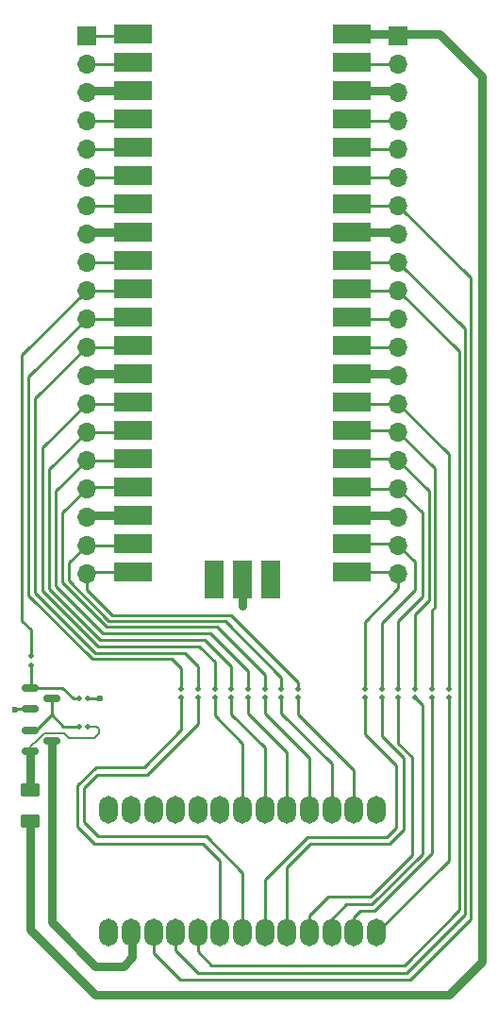
<source format=gbr>
%TF.GenerationSoftware,KiCad,Pcbnew,(6.0.4)*%
%TF.CreationDate,2022-08-11T18:10:44+02:00*%
%TF.ProjectId,mta1-usb-ch552-programmer,6d746131-2d75-4736-922d-63683535322d,rev?*%
%TF.SameCoordinates,Original*%
%TF.FileFunction,Copper,L1,Top*%
%TF.FilePolarity,Positive*%
%FSLAX46Y46*%
G04 Gerber Fmt 4.6, Leading zero omitted, Abs format (unit mm)*
G04 Created by KiCad (PCBNEW (6.0.4)) date 2022-08-11 18:10:44*
%MOMM*%
%LPD*%
G01*
G04 APERTURE LIST*
G04 Aperture macros list*
%AMRoundRect*
0 Rectangle with rounded corners*
0 $1 Rounding radius*
0 $2 $3 $4 $5 $6 $7 $8 $9 X,Y pos of 4 corners*
0 Add a 4 corners polygon primitive as box body*
4,1,4,$2,$3,$4,$5,$6,$7,$8,$9,$2,$3,0*
0 Add four circle primitives for the rounded corners*
1,1,$1+$1,$2,$3*
1,1,$1+$1,$4,$5*
1,1,$1+$1,$6,$7*
1,1,$1+$1,$8,$9*
0 Add four rect primitives between the rounded corners*
20,1,$1+$1,$2,$3,$4,$5,0*
20,1,$1+$1,$4,$5,$6,$7,0*
20,1,$1+$1,$6,$7,$8,$9,0*
20,1,$1+$1,$8,$9,$2,$3,0*%
G04 Aperture macros list end*
%TA.AperFunction,SMDPad,CuDef*%
%ADD10R,3.500000X1.700000*%
%TD*%
%TA.AperFunction,SMDPad,CuDef*%
%ADD11R,1.700000X3.500000*%
%TD*%
%TA.AperFunction,SMDPad,CuDef*%
%ADD12RoundRect,0.112500X-0.112500X0.112500X-0.112500X-0.112500X0.112500X-0.112500X0.112500X0.112500X0*%
%TD*%
%TA.AperFunction,ComponentPad*%
%ADD13R,1.700000X1.700000*%
%TD*%
%TA.AperFunction,ComponentPad*%
%ADD14O,1.700000X1.700000*%
%TD*%
%TA.AperFunction,SMDPad,CuDef*%
%ADD15RoundRect,0.250000X0.625000X-0.375000X0.625000X0.375000X-0.625000X0.375000X-0.625000X-0.375000X0*%
%TD*%
%TA.AperFunction,SMDPad,CuDef*%
%ADD16RoundRect,0.112500X0.112500X-0.112500X0.112500X0.112500X-0.112500X0.112500X-0.112500X-0.112500X0*%
%TD*%
%TA.AperFunction,SMDPad,CuDef*%
%ADD17RoundRect,0.150000X-0.587500X-0.150000X0.587500X-0.150000X0.587500X0.150000X-0.587500X0.150000X0*%
%TD*%
%TA.AperFunction,SMDPad,CuDef*%
%ADD18RoundRect,0.112500X-0.112500X-0.112500X0.112500X-0.112500X0.112500X0.112500X-0.112500X0.112500X0*%
%TD*%
%TA.AperFunction,ComponentPad*%
%ADD19RoundRect,0.850000X0.000000X-0.400000X0.000000X-0.400000X0.000000X0.400000X0.000000X0.400000X0*%
%TD*%
%TA.AperFunction,SMDPad,CuDef*%
%ADD20RoundRect,0.112500X0.112500X0.112500X-0.112500X0.112500X-0.112500X-0.112500X0.112500X-0.112500X0*%
%TD*%
%TA.AperFunction,ViaPad*%
%ADD21C,0.600000*%
%TD*%
%TA.AperFunction,Conductor*%
%ADD22C,0.250000*%
%TD*%
%TA.AperFunction,Conductor*%
%ADD23C,0.800000*%
%TD*%
%TA.AperFunction,Conductor*%
%ADD24C,0.200000*%
%TD*%
G04 APERTURE END LIST*
D10*
%TO.P,U2,1,GPIO0*%
%TO.N,/PICO_0*%
X130710000Y-50870000D03*
%TO.P,U2,2,GPIO1*%
%TO.N,/PICO_1*%
X130710000Y-53410000D03*
%TO.P,U2,3,GND*%
%TO.N,GND*%
X130710000Y-55950000D03*
%TO.P,U2,4,GPIO2*%
%TO.N,/PICO_2*%
X130710000Y-58490000D03*
%TO.P,U2,5,GPIO3*%
%TO.N,/PICO_3*%
X130710000Y-61030000D03*
%TO.P,U2,6,GPIO4*%
%TO.N,/PICO_4*%
X130710000Y-63570000D03*
%TO.P,U2,7,GPIO5*%
%TO.N,/PICO_5*%
X130710000Y-66110000D03*
%TO.P,U2,8,GND*%
%TO.N,GND*%
X130710000Y-68650000D03*
%TO.P,U2,9,GPIO6*%
%TO.N,/PICO_6*%
X130710000Y-71190000D03*
%TO.P,U2,10,GPIO7*%
%TO.N,/5V_EN*%
X130710000Y-73730000D03*
%TO.P,U2,11,GPIO8*%
%TO.N,/TX_U*%
X130710000Y-76270000D03*
%TO.P,U2,12,GPIO9*%
%TO.N,/RX_U*%
X130710000Y-78810000D03*
%TO.P,U2,13,GND*%
%TO.N,GND*%
X130710000Y-81350000D03*
%TO.P,U2,14,GPIO10*%
%TO.N,/SCK_U*%
X130710000Y-83890000D03*
%TO.P,U2,15,GPIO11*%
%TO.N,/MOSI_U*%
X130710000Y-86430000D03*
%TO.P,U2,16,GPIO12*%
%TO.N,/SS_U*%
X130710000Y-88970000D03*
%TO.P,U2,17,GPIO13*%
%TO.N,/MISO_U*%
X130710000Y-91510000D03*
%TO.P,U2,18,GND*%
%TO.N,GND*%
X130710000Y-94050000D03*
%TO.P,U2,19,GPIO14*%
%TO.N,/CRESET_U*%
X130710000Y-96590000D03*
%TO.P,U2,20,GPIO15*%
%TO.N,/CDONE_U*%
X130710000Y-99130000D03*
%TO.P,U2,21,GPIO16*%
%TO.N,/RTS_U*%
X150290000Y-99130000D03*
%TO.P,U2,22,GPIO17*%
%TO.N,/CTS_U*%
X150290000Y-96590000D03*
%TO.P,U2,23,GND*%
%TO.N,GND*%
X150290000Y-94050000D03*
%TO.P,U2,24,GPIO18*%
%TO.N,/GPIO1_U*%
X150290000Y-91510000D03*
%TO.P,U2,25,GPIO19*%
%TO.N,/GPIO2_U*%
X150290000Y-88970000D03*
%TO.P,U2,26,GPIO20*%
%TO.N,/GPIO3_U*%
X150290000Y-86430000D03*
%TO.P,U2,27,GPIO21*%
%TO.N,/GPIO4_U*%
X150290000Y-83890000D03*
%TO.P,U2,28,GND*%
%TO.N,GND*%
X150290000Y-81350000D03*
%TO.P,U2,29,GPIO22*%
%TO.N,/PICO22*%
X150290000Y-78810000D03*
%TO.P,U2,30,RUN*%
%TO.N,/PICO_RUN*%
X150290000Y-76270000D03*
%TO.P,U2,31,GPIO26_ADC0*%
%TO.N,+1V2*%
X150290000Y-73730000D03*
%TO.P,U2,32,GPIO27_ADC1*%
%TO.N,+2V5*%
X150290000Y-71190000D03*
%TO.P,U2,33,AGND*%
%TO.N,GND*%
X150290000Y-68650000D03*
%TO.P,U2,34,GPIO28_ADC2*%
%TO.N,+3V3*%
X150290000Y-66110000D03*
%TO.P,U2,35,ADC_VREF*%
%TO.N,/PICO_ADC_VREF*%
X150290000Y-63570000D03*
%TO.P,U2,36,3V3*%
%TO.N,/PICO_3V3*%
X150290000Y-61030000D03*
%TO.P,U2,37,3V3_EN*%
%TO.N,/PICO_3V3_EN*%
X150290000Y-58490000D03*
%TO.P,U2,38,GND*%
%TO.N,GND*%
X150290000Y-55950000D03*
%TO.P,U2,39,VSYS*%
%TO.N,/PICO_VSYS*%
X150290000Y-53410000D03*
%TO.P,U2,40,VBUS*%
%TO.N,+5V*%
X150290000Y-50870000D03*
D11*
%TO.P,U2,41,SWCLK*%
%TO.N,unconnected-(U2-Pad41)*%
X137960000Y-99800000D03*
%TO.P,U2,42,GND*%
%TO.N,GND*%
X140500000Y-99800000D03*
%TO.P,U2,43,SWDIO*%
%TO.N,unconnected-(U2-Pad43)*%
X143040000Y-99800000D03*
%TD*%
D12*
%TO.P,R5,1*%
%TO.N,/CTS_U*%
X153000000Y-109600000D03*
%TO.P,R5,2*%
%TO.N,/CTS*%
X153000000Y-110400000D03*
%TD*%
%TO.P,R4,1*%
%TO.N,/GPIO1_U*%
X154500000Y-109600000D03*
%TO.P,R4,2*%
%TO.N,/GPIO1*%
X154500000Y-110400000D03*
%TD*%
%TO.P,R6,1*%
%TO.N,/RTS_U*%
X151500000Y-109600000D03*
%TO.P,R6,2*%
%TO.N,/RTS*%
X151500000Y-110400000D03*
%TD*%
D13*
%TO.P,J2,1,Pin_1*%
%TO.N,+5V*%
X154500000Y-51000000D03*
D14*
%TO.P,J2,2,Pin_2*%
%TO.N,/PICO_VSYS*%
X154500000Y-53540000D03*
%TO.P,J2,3,Pin_3*%
%TO.N,GND*%
X154500000Y-56080000D03*
%TO.P,J2,4,Pin_4*%
%TO.N,/PICO_3V3_EN*%
X154500000Y-58620000D03*
%TO.P,J2,5,Pin_5*%
%TO.N,/PICO_3V3*%
X154500000Y-61160000D03*
%TO.P,J2,6,Pin_6*%
%TO.N,/PICO_ADC_VREF*%
X154500000Y-63700000D03*
%TO.P,J2,7,Pin_7*%
%TO.N,+3V3*%
X154500000Y-66240000D03*
%TO.P,J2,8,Pin_8*%
%TO.N,GND*%
X154500000Y-68780000D03*
%TO.P,J2,9,Pin_9*%
%TO.N,+2V5*%
X154500000Y-71320000D03*
%TO.P,J2,10,Pin_10*%
%TO.N,+1V2*%
X154500000Y-73860000D03*
%TO.P,J2,11,Pin_11*%
%TO.N,/PICO_RUN*%
X154500000Y-76400000D03*
%TO.P,J2,12,Pin_12*%
%TO.N,/PICO22*%
X154500000Y-78940000D03*
%TO.P,J2,13,Pin_13*%
%TO.N,GND*%
X154500000Y-81480000D03*
%TO.P,J2,14,Pin_14*%
%TO.N,/GPIO4_U*%
X154500000Y-84020000D03*
%TO.P,J2,15,Pin_15*%
%TO.N,/GPIO3_U*%
X154500000Y-86560000D03*
%TO.P,J2,16,Pin_16*%
%TO.N,/GPIO2_U*%
X154500000Y-89100000D03*
%TO.P,J2,17,Pin_17*%
%TO.N,/GPIO1_U*%
X154500000Y-91640000D03*
%TO.P,J2,18,Pin_18*%
%TO.N,GND*%
X154500000Y-94180000D03*
%TO.P,J2,19,Pin_19*%
%TO.N,/CTS_U*%
X154500000Y-96720000D03*
%TO.P,J2,20,Pin_20*%
%TO.N,/RTS_U*%
X154500000Y-99260000D03*
%TD*%
D15*
%TO.P,F1,1*%
%TO.N,+5V*%
X121450000Y-121500000D03*
%TO.P,F1,2*%
%TO.N,/5V_FUSE*%
X121450000Y-118700000D03*
%TD*%
D16*
%TO.P,R12,1*%
%TO.N,/MOSI*%
X139500000Y-110400000D03*
%TO.P,R12,2*%
%TO.N,/MOSI_U*%
X139500000Y-109600000D03*
%TD*%
D13*
%TO.P,J1,1,Pin_1*%
%TO.N,/PICO_0*%
X126500000Y-51000000D03*
D14*
%TO.P,J1,2,Pin_2*%
%TO.N,/PICO_1*%
X126500000Y-53540000D03*
%TO.P,J1,3,Pin_3*%
%TO.N,GND*%
X126500000Y-56080000D03*
%TO.P,J1,4,Pin_4*%
%TO.N,/PICO_2*%
X126500000Y-58620000D03*
%TO.P,J1,5,Pin_5*%
%TO.N,/PICO_3*%
X126500000Y-61160000D03*
%TO.P,J1,6,Pin_6*%
%TO.N,/PICO_4*%
X126500000Y-63700000D03*
%TO.P,J1,7,Pin_7*%
%TO.N,/PICO_5*%
X126500000Y-66240000D03*
%TO.P,J1,8,Pin_8*%
%TO.N,GND*%
X126500000Y-68780000D03*
%TO.P,J1,9,Pin_9*%
%TO.N,/PICO_6*%
X126500000Y-71320000D03*
%TO.P,J1,10,Pin_10*%
%TO.N,/5V_EN*%
X126500000Y-73860000D03*
%TO.P,J1,11,Pin_11*%
%TO.N,/TX_U*%
X126500000Y-76400000D03*
%TO.P,J1,12,Pin_12*%
%TO.N,/RX_U*%
X126500000Y-78940000D03*
%TO.P,J1,13,Pin_13*%
%TO.N,GND*%
X126500000Y-81480000D03*
%TO.P,J1,14,Pin_14*%
%TO.N,/SCK_U*%
X126500000Y-84020000D03*
%TO.P,J1,15,Pin_15*%
%TO.N,/MOSI_U*%
X126500000Y-86560000D03*
%TO.P,J1,16,Pin_16*%
%TO.N,/SS_U*%
X126500000Y-89100000D03*
%TO.P,J1,17,Pin_17*%
%TO.N,/MISO_U*%
X126500000Y-91640000D03*
%TO.P,J1,18,Pin_18*%
%TO.N,GND*%
X126500000Y-94180000D03*
%TO.P,J1,19,Pin_19*%
%TO.N,/CRESET_U*%
X126500000Y-96720000D03*
%TO.P,J1,20,Pin_20*%
%TO.N,/CDONE_U*%
X126500000Y-99260000D03*
%TD*%
D16*
%TO.P,R14,1*%
%TO.N,/MISO*%
X142500000Y-110400000D03*
%TO.P,R14,2*%
%TO.N,/MISO_U*%
X142500000Y-109600000D03*
%TD*%
%TO.P,R11,1*%
%TO.N,/SCK*%
X138000000Y-110400000D03*
%TO.P,R11,2*%
%TO.N,/SCK_U*%
X138000000Y-109600000D03*
%TD*%
%TO.P,R13,1*%
%TO.N,/SS*%
X141000000Y-110400000D03*
%TO.P,R13,2*%
%TO.N,/SS_U*%
X141000000Y-109600000D03*
%TD*%
D17*
%TO.P,Q1,1,G*%
%TO.N,Net-(Q1-Pad1)*%
X121482500Y-109540000D03*
%TO.P,Q1,2,S*%
%TO.N,GND*%
X121482500Y-111440000D03*
%TO.P,Q1,3,D*%
%TO.N,Net-(Q1-Pad3)*%
X123357500Y-110490000D03*
%TD*%
D18*
%TO.P,R8,1*%
%TO.N,Net-(Q1-Pad3)*%
X125830000Y-113030000D03*
%TO.P,R8,2*%
%TO.N,/5V_FUSE*%
X126630000Y-113030000D03*
%TD*%
D17*
%TO.P,Q2,1,G*%
%TO.N,Net-(Q1-Pad3)*%
X121482500Y-113350000D03*
%TO.P,Q2,2,S*%
%TO.N,/5V_FUSE*%
X121482500Y-115250000D03*
%TO.P,Q2,3,D*%
%TO.N,/5V_DUT*%
X123357500Y-114300000D03*
%TD*%
D16*
%TO.P,R9,1*%
%TO.N,/TX*%
X135000000Y-110400000D03*
%TO.P,R9,2*%
%TO.N,/TX_U*%
X135000000Y-109600000D03*
%TD*%
%TO.P,R10,1*%
%TO.N,/RX*%
X136500000Y-110400000D03*
%TO.P,R10,2*%
%TO.N,/RX_U*%
X136500000Y-109600000D03*
%TD*%
D19*
%TO.P,U1,1,GND*%
%TO.N,GND*%
X128500000Y-131500000D03*
%TO.P,U1,2,5V*%
%TO.N,/5V_DUT*%
X130500000Y-131500000D03*
%TO.P,U1,3,3.3V*%
%TO.N,+3V3*%
X132500000Y-131500000D03*
%TO.P,U1,4,2.5V*%
%TO.N,+2V5*%
X134500000Y-131500000D03*
%TO.P,U1,5,1.2V*%
%TO.N,+1V2*%
X136500000Y-131500000D03*
%TO.P,U1,6,TX*%
%TO.N,/TX*%
X138500000Y-131500000D03*
%TO.P,U1,7,RX*%
%TO.N,/RX*%
X140500000Y-131500000D03*
%TO.P,U1,8,RTS*%
%TO.N,/RTS*%
X142500000Y-131500000D03*
%TO.P,U1,9,CTS*%
%TO.N,/CTS*%
X144500000Y-131500000D03*
%TO.P,U1,10,GPIO1*%
%TO.N,/GPIO1*%
X146500000Y-131500000D03*
%TO.P,U1,11,GPIO2*%
%TO.N,/GPIO2*%
X148500000Y-131500000D03*
%TO.P,U1,12,GPIO3*%
%TO.N,/GPIO3*%
X150500000Y-131500000D03*
%TO.P,U1,13,GPIO4*%
%TO.N,/GPIO4*%
X152500000Y-131500000D03*
%TO.P,U1,14,GND*%
%TO.N,GND*%
X152500000Y-120500000D03*
%TO.P,U1,15,CDONE*%
%TO.N,/CDONE*%
X150500000Y-120500000D03*
%TO.P,U1,16,CRESET*%
%TO.N,/CRESET*%
X148500000Y-120500000D03*
%TO.P,U1,17,MISO*%
%TO.N,/MISO*%
X146500000Y-120500000D03*
%TO.P,U1,18,SS*%
%TO.N,/SS*%
X144500000Y-120500000D03*
%TO.P,U1,19,MOSI*%
%TO.N,/MOSI*%
X142500000Y-120500000D03*
%TO.P,U1,20,SCK*%
%TO.N,/SCK*%
X140500000Y-120500000D03*
%TO.P,U1,21,NC*%
%TO.N,unconnected-(U1-Pad21)*%
X138500000Y-120500000D03*
%TO.P,U1,22,NC*%
%TO.N,unconnected-(U1-Pad22)*%
X136500000Y-120500000D03*
%TO.P,U1,23,NC*%
%TO.N,unconnected-(U1-Pad23)*%
X134500000Y-120500000D03*
%TO.P,U1,24,NC*%
%TO.N,unconnected-(U1-Pad24)*%
X132500000Y-120500000D03*
%TO.P,U1,25,NC*%
%TO.N,unconnected-(U1-Pad25)*%
X130500000Y-120500000D03*
%TO.P,U1,26,NC*%
%TO.N,unconnected-(U1-Pad26)*%
X128500000Y-120500000D03*
%TD*%
D12*
%TO.P,R1,1*%
%TO.N,/GPIO4_U*%
X159000000Y-109600000D03*
%TO.P,R1,2*%
%TO.N,/GPIO4*%
X159000000Y-110400000D03*
%TD*%
D16*
%TO.P,R16,1*%
%TO.N,/CDONE*%
X145500000Y-110400000D03*
%TO.P,R16,2*%
%TO.N,/CDONE_U*%
X145500000Y-109600000D03*
%TD*%
D12*
%TO.P,R3,1*%
%TO.N,/GPIO2_U*%
X156000000Y-109600000D03*
%TO.P,R3,2*%
%TO.N,/GPIO2*%
X156000000Y-110400000D03*
%TD*%
%TO.P,R17,1*%
%TO.N,/5V_EN*%
X121500000Y-106700000D03*
%TO.P,R17,2*%
%TO.N,Net-(Q1-Pad1)*%
X121500000Y-107500000D03*
%TD*%
D16*
%TO.P,R15,1*%
%TO.N,/CRESET*%
X144000000Y-110400000D03*
%TO.P,R15,2*%
%TO.N,/CRESET_U*%
X144000000Y-109600000D03*
%TD*%
D20*
%TO.P,R7,1*%
%TO.N,GND*%
X126630000Y-110490000D03*
%TO.P,R7,2*%
%TO.N,Net-(Q1-Pad1)*%
X125830000Y-110490000D03*
%TD*%
D12*
%TO.P,R2,1*%
%TO.N,/GPIO3_U*%
X157500000Y-109600000D03*
%TO.P,R2,2*%
%TO.N,/GPIO3*%
X157500000Y-110400000D03*
%TD*%
D21*
%TO.N,GND*%
X127700000Y-110500000D03*
X120100000Y-111500000D03*
X140500000Y-102200000D03*
%TD*%
D22*
%TO.N,+3V3*%
X134900000Y-135700000D02*
X132500000Y-133300000D01*
X155560000Y-135700000D02*
X134900000Y-135700000D01*
X132500000Y-133300000D02*
X132500000Y-131500000D01*
X161000000Y-130260000D02*
X155560000Y-135700000D01*
X161000000Y-72740000D02*
X161000000Y-130260000D01*
X154500000Y-66240000D02*
X161000000Y-72740000D01*
%TO.N,+2V5*%
X160500000Y-129835718D02*
X160500000Y-77320000D01*
X136500000Y-135100000D02*
X155235718Y-135100000D01*
X155235718Y-135100000D02*
X160500000Y-129835718D01*
X134500000Y-133100000D02*
X136500000Y-135100000D01*
X134500000Y-131500000D02*
X134500000Y-133100000D01*
X160500000Y-77320000D02*
X154500000Y-71320000D01*
%TO.N,+1V2*%
X136500000Y-133160000D02*
X136500000Y-131500000D01*
X155020000Y-134400000D02*
X137740000Y-134400000D01*
X160000000Y-129420000D02*
X155020000Y-134400000D01*
X137740000Y-134400000D02*
X136500000Y-133160000D01*
X160000000Y-79360000D02*
X160000000Y-129420000D01*
X154500000Y-73860000D02*
X160000000Y-79360000D01*
%TO.N,/CRESET_U*%
X124900000Y-99935718D02*
X124900000Y-98320000D01*
X138940000Y-103540000D02*
X128504282Y-103540000D01*
X144000000Y-108600000D02*
X138940000Y-103540000D01*
X144000000Y-109600000D02*
X144000000Y-108600000D01*
X128504282Y-103540000D02*
X124900000Y-99935718D01*
X124900000Y-98320000D02*
X126500000Y-96720000D01*
%TO.N,/GPIO4*%
X159000000Y-125000000D02*
X152500000Y-131500000D01*
X159000000Y-110400000D02*
X159000000Y-125000000D01*
%TO.N,/GPIO1*%
X151970000Y-128260000D02*
X148230000Y-128260000D01*
X155720000Y-115720000D02*
X155720000Y-124510000D01*
X154500000Y-114500000D02*
X155720000Y-115720000D01*
X155720000Y-124510000D02*
X151970000Y-128260000D01*
X148230000Y-128260000D02*
X146500000Y-129990000D01*
X154500000Y-110400000D02*
X154500000Y-114500000D01*
X146500000Y-129990000D02*
X146500000Y-131500000D01*
%TO.N,/GPIO3*%
X151040000Y-129560000D02*
X150500000Y-130100000D01*
X152340000Y-129560000D02*
X151040000Y-129560000D01*
X157500000Y-124400000D02*
X152340000Y-129560000D01*
X157500000Y-110400000D02*
X157500000Y-124400000D01*
X150500000Y-130100000D02*
X150500000Y-131500000D01*
%TO.N,/GPIO2*%
X156630000Y-111030000D02*
X156000000Y-110400000D01*
X156630000Y-124405718D02*
X156630000Y-111030000D01*
X148500000Y-130249520D02*
X149800000Y-128949520D01*
X152086198Y-128949520D02*
X156630000Y-124405718D01*
X148500000Y-131500000D02*
X148500000Y-130249520D01*
X149800000Y-128949520D02*
X152086198Y-128949520D01*
%TO.N,/CTS*%
X144500000Y-125600000D02*
X144500000Y-131500000D01*
X146590000Y-123510000D02*
X144500000Y-125600000D01*
X154949520Y-122286198D02*
X153725718Y-123510000D01*
X153725718Y-123510000D02*
X146590000Y-123510000D01*
X153000000Y-113900000D02*
X154949520Y-115849520D01*
X153000000Y-110400000D02*
X153000000Y-113900000D01*
X154949520Y-115849520D02*
X154949520Y-122286198D01*
%TO.N,/RTS*%
X142500000Y-126750000D02*
X142500000Y-131500000D01*
X146350000Y-122900000D02*
X142500000Y-126750000D01*
X153470000Y-122900000D02*
X146350000Y-122900000D01*
X151500000Y-113700000D02*
X154310000Y-116510000D01*
X154310000Y-116510000D02*
X154310000Y-122060000D01*
X154310000Y-122060000D02*
X153470000Y-122900000D01*
X151500000Y-110400000D02*
X151500000Y-113700000D01*
%TO.N,/TX*%
X138500000Y-125060000D02*
X138500000Y-131500000D01*
X136940000Y-123500000D02*
X138500000Y-125060000D01*
X125700000Y-122000000D02*
X127200000Y-123500000D01*
X127200000Y-123500000D02*
X136940000Y-123500000D01*
X125700000Y-118300000D02*
X125700000Y-122000000D01*
X131670000Y-116630000D02*
X127370000Y-116630000D01*
X135000000Y-113300000D02*
X131670000Y-116630000D01*
X127370000Y-116630000D02*
X125700000Y-118300000D01*
X135000000Y-110400000D02*
X135000000Y-113300000D01*
%TO.N,/RX*%
X136500000Y-112800000D02*
X136500000Y-110400000D01*
X131930000Y-117370000D02*
X136500000Y-112800000D01*
X126300000Y-118490000D02*
X127420000Y-117370000D01*
X127550480Y-122850480D02*
X126300000Y-121600000D01*
X126300000Y-121600000D02*
X126300000Y-118490000D01*
X137250480Y-122850480D02*
X127550480Y-122850480D01*
X140500000Y-126100000D02*
X137250480Y-122850480D01*
X140500000Y-131500000D02*
X140500000Y-126100000D01*
X127420000Y-117370000D02*
X131930000Y-117370000D01*
%TO.N,/GPIO1_U*%
X154500000Y-103500000D02*
X154500000Y-109600000D01*
X156660000Y-93800000D02*
X156660000Y-101340000D01*
X156660000Y-101340000D02*
X154500000Y-103500000D01*
X154500000Y-91640000D02*
X156660000Y-93800000D01*
%TO.N,/GPIO2_U*%
X157220000Y-91820000D02*
X154500000Y-89100000D01*
X157220000Y-101680000D02*
X157220000Y-91820000D01*
X156000000Y-102900000D02*
X157220000Y-101680000D01*
X156000000Y-109600000D02*
X156000000Y-102900000D01*
%TO.N,/TX_U*%
X134120000Y-106920000D02*
X135000000Y-107800000D01*
X121300000Y-101210000D02*
X127010000Y-106920000D01*
X127010000Y-106920000D02*
X134120000Y-106920000D01*
X121300000Y-81600000D02*
X121300000Y-101210000D01*
X126500000Y-76400000D02*
X121300000Y-81600000D01*
X135000000Y-107800000D02*
X135000000Y-109600000D01*
%TO.N,/SCK_U*%
X122540000Y-100810000D02*
X122540000Y-87980000D01*
X136590000Y-105790000D02*
X127520000Y-105790000D01*
X138000000Y-107200000D02*
X136590000Y-105790000D01*
X122540000Y-87980000D02*
X126500000Y-84020000D01*
X138000000Y-109600000D02*
X138000000Y-107200000D01*
X127520000Y-105790000D02*
X122540000Y-100810000D01*
%TO.N,/SS_U*%
X123740000Y-91860000D02*
X126500000Y-89100000D01*
X123740000Y-100360000D02*
X123740000Y-91860000D01*
X128000000Y-104620000D02*
X123740000Y-100360000D01*
X141000000Y-108000000D02*
X137620000Y-104620000D01*
X137620000Y-104620000D02*
X128000000Y-104620000D01*
X141000000Y-109600000D02*
X141000000Y-108000000D01*
%TO.N,/MOSI_U*%
X139500000Y-107600000D02*
X139500000Y-109600000D01*
X137120000Y-105220000D02*
X139500000Y-107600000D01*
X127750000Y-105220000D02*
X137120000Y-105220000D01*
X123170000Y-89890000D02*
X123170000Y-100640000D01*
X123170000Y-100640000D02*
X127750000Y-105220000D01*
X126500000Y-86560000D02*
X123170000Y-89890000D01*
%TO.N,/CDONE_U*%
X145500000Y-109000000D02*
X145500000Y-109600000D01*
X126500000Y-100710000D02*
X128790000Y-103000000D01*
X126500000Y-99260000D02*
X126500000Y-100710000D01*
X128790000Y-103000000D02*
X139500000Y-103000000D01*
X139500000Y-103000000D02*
X145500000Y-109000000D01*
%TO.N,/MISO_U*%
X142500000Y-108400000D02*
X142500000Y-109600000D01*
X138170000Y-104070000D02*
X142500000Y-108400000D01*
X124300000Y-100060718D02*
X128309282Y-104070000D01*
X128309282Y-104070000D02*
X138170000Y-104070000D01*
X124300000Y-93840000D02*
X124300000Y-100060718D01*
X126500000Y-91640000D02*
X124300000Y-93840000D01*
%TO.N,/GPIO3_U*%
X157500000Y-102600000D02*
X157500000Y-109600000D01*
X157800000Y-89860000D02*
X157800000Y-102300000D01*
X157800000Y-102300000D02*
X157500000Y-102600000D01*
X154500000Y-86560000D02*
X157800000Y-89860000D01*
%TO.N,/CTS_U*%
X155980000Y-98200000D02*
X154500000Y-96720000D01*
X153000000Y-103700000D02*
X155980000Y-100720000D01*
X155980000Y-100720000D02*
X155980000Y-98200000D01*
X153000000Y-109600000D02*
X153000000Y-103700000D01*
D23*
%TO.N,GND*%
X154370000Y-68650000D02*
X154500000Y-68780000D01*
X149390000Y-55950000D02*
X154370000Y-55950000D01*
X154370000Y-94050000D02*
X154500000Y-94180000D01*
X149390000Y-68650000D02*
X154370000Y-68650000D01*
D22*
X126630000Y-110490000D02*
X127490000Y-110490000D01*
X127500000Y-110500000D02*
X127700000Y-110500000D01*
X127490000Y-110490000D02*
X127500000Y-110500000D01*
D23*
X154370000Y-81350000D02*
X154500000Y-81480000D01*
X131610000Y-94050000D02*
X126630000Y-94050000D01*
X126630000Y-55950000D02*
X126500000Y-56080000D01*
X126630000Y-81350000D02*
X126500000Y-81480000D01*
D22*
X121482500Y-111440000D02*
X120160000Y-111440000D01*
X120160000Y-111440000D02*
X120100000Y-111500000D01*
D23*
X131610000Y-55950000D02*
X126630000Y-55950000D01*
X131610000Y-68650000D02*
X126630000Y-68650000D01*
X140500000Y-98900000D02*
X140500000Y-102200000D01*
X126630000Y-68650000D02*
X126500000Y-68780000D01*
X149390000Y-94050000D02*
X154370000Y-94050000D01*
X149390000Y-81350000D02*
X154370000Y-81350000D01*
X154370000Y-55950000D02*
X154500000Y-56080000D01*
X126630000Y-94050000D02*
X126500000Y-94180000D01*
X131610000Y-81350000D02*
X126630000Y-81350000D01*
%TO.N,+5V*%
X158170000Y-50870000D02*
X162000000Y-54700000D01*
X159000000Y-137100000D02*
X127300000Y-137100000D01*
X162000000Y-134100000D02*
X159000000Y-137100000D01*
X127300000Y-137100000D02*
X121450000Y-131250000D01*
X121450000Y-131250000D02*
X121450000Y-121500000D01*
X162000000Y-54700000D02*
X162000000Y-134100000D01*
X149390000Y-50870000D02*
X158170000Y-50870000D01*
D22*
%TO.N,+3V3*%
X149520000Y-66240000D02*
X149390000Y-66110000D01*
X154500000Y-66240000D02*
X149520000Y-66240000D01*
%TO.N,+2V5*%
X149520000Y-71320000D02*
X154500000Y-71320000D01*
X149390000Y-71190000D02*
X149520000Y-71320000D01*
%TO.N,+1V2*%
X149390000Y-73730000D02*
X149520000Y-73860000D01*
X149520000Y-73860000D02*
X154500000Y-73860000D01*
%TO.N,/RX*%
X136500000Y-110400000D02*
X136500000Y-112700000D01*
%TO.N,/CDONE*%
X145500000Y-111900000D02*
X150500000Y-116900000D01*
X150500000Y-116900000D02*
X150500000Y-120500000D01*
X145500000Y-110400000D02*
X145500000Y-111900000D01*
%TO.N,/CRESET*%
X148500000Y-116300000D02*
X148500000Y-120500000D01*
X144000000Y-111800000D02*
X148500000Y-116300000D01*
X144000000Y-110400000D02*
X144000000Y-111800000D01*
%TO.N,/MISO*%
X146500000Y-115800000D02*
X146500000Y-120500000D01*
X142500000Y-110400000D02*
X142500000Y-111800000D01*
X142500000Y-111800000D02*
X146500000Y-115800000D01*
%TO.N,/SS*%
X141000000Y-111800000D02*
X144500000Y-115300000D01*
X141000000Y-110400000D02*
X141000000Y-111800000D01*
X144500000Y-115300000D02*
X144500000Y-120500000D01*
%TO.N,/MOSI*%
X139500000Y-110400000D02*
X139500000Y-111900000D01*
X142500000Y-114900000D02*
X142500000Y-120500000D01*
X139500000Y-111900000D02*
X142500000Y-114900000D01*
%TO.N,/SCK*%
X140500000Y-114500000D02*
X140500000Y-120500000D01*
X138000000Y-110400000D02*
X138000000Y-112000000D01*
X138000000Y-112000000D02*
X140500000Y-114500000D01*
%TO.N,/PICO_0*%
X131480000Y-51000000D02*
X131610000Y-50870000D01*
X126500000Y-51000000D02*
X131480000Y-51000000D01*
%TO.N,/PICO_1*%
X131480000Y-53540000D02*
X131610000Y-53410000D01*
X126500000Y-53540000D02*
X131480000Y-53540000D01*
%TO.N,/PICO_2*%
X126500000Y-58620000D02*
X131480000Y-58620000D01*
X131480000Y-58620000D02*
X131610000Y-58490000D01*
%TO.N,/PICO_3*%
X126500000Y-61160000D02*
X131480000Y-61160000D01*
X131480000Y-61160000D02*
X131610000Y-61030000D01*
%TO.N,/PICO_4*%
X131480000Y-63700000D02*
X131610000Y-63570000D01*
X126500000Y-63700000D02*
X131480000Y-63700000D01*
%TO.N,/PICO_5*%
X126500000Y-66240000D02*
X131480000Y-66240000D01*
X131480000Y-66240000D02*
X131610000Y-66110000D01*
%TO.N,/PICO_6*%
X131480000Y-71320000D02*
X131610000Y-71190000D01*
X126500000Y-71320000D02*
X131480000Y-71320000D01*
%TO.N,/PICO_VSYS*%
X154500000Y-53540000D02*
X149520000Y-53540000D01*
X149520000Y-53540000D02*
X149390000Y-53410000D01*
%TO.N,/PICO_3V3_EN*%
X149520000Y-58620000D02*
X149390000Y-58490000D01*
X154500000Y-58620000D02*
X149520000Y-58620000D01*
%TO.N,/PICO_3V3*%
X149520000Y-61160000D02*
X149390000Y-61030000D01*
X154500000Y-61160000D02*
X149520000Y-61160000D01*
%TO.N,/PICO_ADC_VREF*%
X154500000Y-63700000D02*
X149520000Y-63700000D01*
X149520000Y-63700000D02*
X149390000Y-63570000D01*
%TO.N,/PICO_RUN*%
X149520000Y-76400000D02*
X149390000Y-76270000D01*
X154500000Y-76400000D02*
X149520000Y-76400000D01*
%TO.N,/PICO22*%
X149520000Y-78940000D02*
X149390000Y-78810000D01*
X154500000Y-78940000D02*
X149520000Y-78940000D01*
%TO.N,/TX_U*%
X131480000Y-76400000D02*
X131610000Y-76270000D01*
X126500000Y-76400000D02*
X131480000Y-76400000D01*
%TO.N,/RX_U*%
X136500000Y-109600000D02*
X136500000Y-107600000D01*
X135300000Y-106400000D02*
X127264282Y-106400000D01*
X126750480Y-105886197D02*
X121900000Y-101035717D01*
X121900000Y-83540000D02*
X126500000Y-78940000D01*
X121900000Y-101035717D02*
X121900000Y-83540000D01*
X136500000Y-107600000D02*
X135300000Y-106400000D01*
X131480000Y-78940000D02*
X131610000Y-78810000D01*
X126500000Y-78940000D02*
X131480000Y-78940000D01*
X127264282Y-106400000D02*
X126750480Y-105886197D01*
%TO.N,/SCK_U*%
X126500000Y-84020000D02*
X131480000Y-84020000D01*
X131480000Y-84020000D02*
X131610000Y-83890000D01*
%TO.N,/MOSI_U*%
X131480000Y-86560000D02*
X131610000Y-86430000D01*
X126500000Y-86560000D02*
X131480000Y-86560000D01*
%TO.N,/SS_U*%
X131480000Y-89100000D02*
X131610000Y-88970000D01*
X126500000Y-89100000D02*
X131480000Y-89100000D01*
%TO.N,/MISO_U*%
X126630000Y-91510000D02*
X126500000Y-91640000D01*
X131610000Y-91510000D02*
X126630000Y-91510000D01*
%TO.N,/CRESET_U*%
X126500000Y-96720000D02*
X131480000Y-96720000D01*
X131480000Y-96720000D02*
X131610000Y-96590000D01*
%TO.N,/CDONE_U*%
X126630000Y-99130000D02*
X126500000Y-99260000D01*
X131610000Y-99130000D02*
X126630000Y-99130000D01*
%TO.N,/GPIO4_U*%
X159000000Y-109600000D02*
X159000000Y-88520000D01*
X149390000Y-83890000D02*
X149520000Y-84020000D01*
X149520000Y-84020000D02*
X154500000Y-84020000D01*
X159000000Y-88520000D02*
X154500000Y-84020000D01*
%TO.N,/GPIO3_U*%
X154370000Y-86430000D02*
X154500000Y-86560000D01*
X149390000Y-86430000D02*
X154370000Y-86430000D01*
%TO.N,/GPIO2_U*%
X149390000Y-88970000D02*
X154370000Y-88970000D01*
X154370000Y-88970000D02*
X154500000Y-89100000D01*
%TO.N,/GPIO1_U*%
X149520000Y-91640000D02*
X154500000Y-91640000D01*
X149390000Y-91510000D02*
X149520000Y-91640000D01*
%TO.N,/CTS_U*%
X149390000Y-96590000D02*
X154370000Y-96590000D01*
X154370000Y-96590000D02*
X154500000Y-96720000D01*
%TO.N,/RTS_U*%
X151500000Y-103600000D02*
X151500000Y-109600000D01*
X154370000Y-99130000D02*
X154500000Y-99260000D01*
X154500000Y-99260000D02*
X154500000Y-100600000D01*
X154500000Y-100600000D02*
X151500000Y-103600000D01*
X149390000Y-99130000D02*
X154370000Y-99130000D01*
%TO.N,/5V_EN*%
X120700000Y-103500000D02*
X121500000Y-104300000D01*
X131480000Y-73860000D02*
X126500000Y-73860000D01*
X120700000Y-79660000D02*
X120700000Y-103500000D01*
X126500000Y-73860000D02*
X120700000Y-79660000D01*
X121500000Y-104300000D02*
X121500000Y-106700000D01*
X131610000Y-73730000D02*
X131480000Y-73860000D01*
%TO.N,Net-(Q1-Pad3)*%
X121950000Y-113350000D02*
X121482500Y-113350000D01*
X123357500Y-110490000D02*
X123357500Y-111942500D01*
X123357500Y-111942500D02*
X121950000Y-113350000D01*
X125830000Y-113030000D02*
X124445000Y-113030000D01*
X124445000Y-113030000D02*
X123357500Y-111942500D01*
D23*
%TO.N,/5V_DUT*%
X127300000Y-134500000D02*
X129800000Y-134500000D01*
X123357500Y-130557500D02*
X127300000Y-134500000D01*
X130600000Y-133700000D02*
X130600000Y-131600000D01*
X130600000Y-131600000D02*
X130500000Y-131500000D01*
X129800000Y-134500000D02*
X130600000Y-133700000D01*
X123357500Y-114300000D02*
X123357500Y-130557500D01*
D24*
%TO.N,/5V_FUSE*%
X121482500Y-114817500D02*
X122100000Y-114200000D01*
X122100000Y-114184283D02*
X122684283Y-113600000D01*
X121482500Y-115250000D02*
X121482500Y-114817500D01*
X127600000Y-113600000D02*
X127600000Y-113200000D01*
X124500000Y-113600000D02*
X124900000Y-114000000D01*
X126660000Y-113000000D02*
X126630000Y-113030000D01*
X124900000Y-114000000D02*
X127200000Y-114000000D01*
X127600000Y-113200000D02*
X127400000Y-113000000D01*
D23*
X121450000Y-118700000D02*
X121450000Y-115282500D01*
D24*
X127400000Y-113000000D02*
X126660000Y-113000000D01*
D23*
X121450000Y-115282500D02*
X121482500Y-115250000D01*
D24*
X122100000Y-114200000D02*
X122100000Y-114184283D01*
X122684283Y-113600000D02*
X124500000Y-113600000D01*
X127200000Y-114000000D02*
X127600000Y-113600000D01*
D22*
%TO.N,Net-(Q1-Pad1)*%
X125830000Y-110490000D02*
X125820000Y-110500000D01*
X125300000Y-110500000D02*
X124340000Y-109540000D01*
X121500000Y-107500000D02*
X121500000Y-109522500D01*
X124340000Y-109540000D02*
X121482500Y-109540000D01*
X125820000Y-110500000D02*
X125300000Y-110500000D01*
X121500000Y-109522500D02*
X121482500Y-109540000D01*
%TD*%
M02*

</source>
